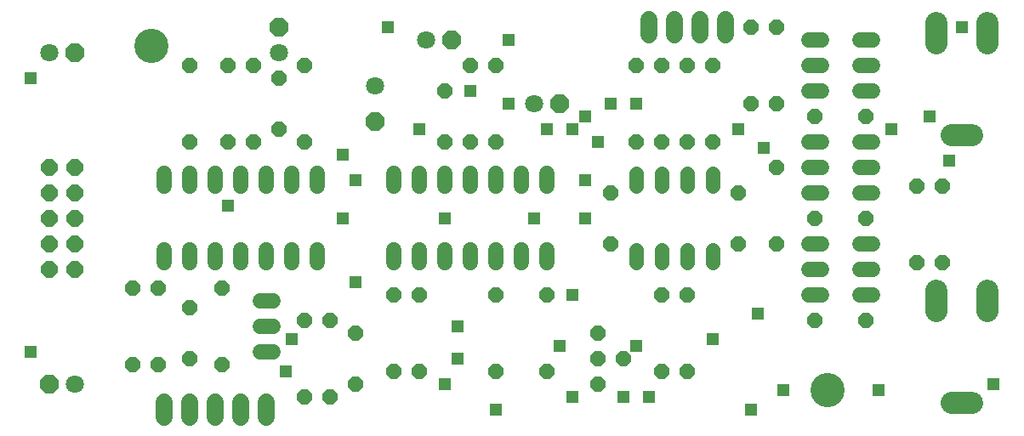
<source format=gbr>
G04 EAGLE Gerber RS-274X export*
G75*
%MOMM*%
%FSLAX34Y34*%
%LPD*%
%INSoldermask Bottom*%
%IPPOS*%
%AMOC8*
5,1,8,0,0,1.08239X$1,22.5*%
G01*
%ADD10C,3.403600*%
%ADD11C,1.524000*%
%ADD12P,1.649562X8X22.500000*%
%ADD13P,1.951982X8X22.500000*%
%ADD14C,1.803400*%
%ADD15P,1.649562X8X112.500000*%
%ADD16P,1.649562X8X292.500000*%
%ADD17P,1.951982X8X292.500000*%
%ADD18C,1.411200*%
%ADD19P,1.951982X8X112.500000*%
%ADD20P,1.951982X8X202.500000*%
%ADD21P,1.759533X8X112.500000*%
%ADD22C,1.727200*%
%ADD23C,2.184400*%
%ADD24R,1.209600X1.209600*%


D10*
X139700Y381000D03*
X812800Y38100D03*
D11*
X533400Y241046D02*
X533400Y254254D01*
X508000Y254254D02*
X508000Y241046D01*
X482600Y241046D02*
X482600Y254254D01*
X457200Y254254D02*
X457200Y241046D01*
X431800Y241046D02*
X431800Y254254D01*
X406400Y254254D02*
X406400Y241046D01*
X381000Y241046D02*
X381000Y254254D01*
X381000Y178054D02*
X381000Y164846D01*
X406400Y164846D02*
X406400Y178054D01*
X431800Y178054D02*
X431800Y164846D01*
X457200Y164846D02*
X457200Y178054D01*
X482600Y178054D02*
X482600Y164846D01*
X508000Y164846D02*
X508000Y178054D01*
X533400Y178054D02*
X533400Y164846D01*
X793496Y336550D02*
X806704Y336550D01*
X806704Y387350D02*
X793496Y387350D01*
X793496Y361950D02*
X806704Y361950D01*
X806704Y234950D02*
X793496Y234950D01*
X793496Y285750D02*
X806704Y285750D01*
X806704Y260350D02*
X793496Y260350D01*
X844296Y387350D02*
X857504Y387350D01*
X857504Y336550D02*
X844296Y336550D01*
X844296Y361950D02*
X857504Y361950D01*
X857504Y285750D02*
X844296Y285750D01*
X844296Y234950D02*
X857504Y234950D01*
X857504Y260350D02*
X844296Y260350D01*
X806704Y133350D02*
X793496Y133350D01*
X793496Y184150D02*
X806704Y184150D01*
X806704Y158750D02*
X793496Y158750D01*
X844296Y184150D02*
X857504Y184150D01*
X857504Y133350D02*
X844296Y133350D01*
X844296Y158750D02*
X857504Y158750D01*
D12*
X800100Y107950D03*
X850900Y107950D03*
X800100Y209550D03*
X850900Y209550D03*
X800100Y311150D03*
X850900Y311150D03*
D13*
X546100Y323850D03*
D14*
X520700Y323850D03*
D15*
X406400Y57150D03*
X406400Y133350D03*
D16*
X736600Y400050D03*
X736600Y323850D03*
D15*
X762000Y323850D03*
X762000Y400050D03*
X762000Y184150D03*
X762000Y260350D03*
D16*
X533400Y133350D03*
X533400Y57150D03*
X457200Y361950D03*
X457200Y285750D03*
D15*
X673100Y57150D03*
X673100Y133350D03*
X647700Y285750D03*
X647700Y361950D03*
X431800Y285750D03*
X431800Y336550D03*
X482600Y285750D03*
X482600Y361950D03*
D17*
X361950Y306070D03*
D14*
X361950Y341630D03*
D16*
X901700Y241300D03*
X901700Y165100D03*
D15*
X927100Y165100D03*
X927100Y241300D03*
X622300Y285750D03*
X622300Y361950D03*
X482600Y57150D03*
X482600Y133350D03*
D18*
X698500Y241610D02*
X698500Y253690D01*
X673100Y253690D02*
X673100Y241610D01*
X647700Y241610D02*
X647700Y253690D01*
X622300Y253690D02*
X622300Y241610D01*
X622300Y177490D02*
X622300Y165410D01*
X647700Y165410D02*
X647700Y177490D01*
X673100Y177490D02*
X673100Y165410D01*
X698500Y165410D02*
X698500Y177490D01*
D15*
X647700Y57150D03*
X647700Y133350D03*
X342900Y44450D03*
X342900Y95250D03*
X292100Y31750D03*
X292100Y107950D03*
D16*
X317500Y107950D03*
X317500Y31750D03*
D11*
X304800Y241046D02*
X304800Y254254D01*
X279400Y254254D02*
X279400Y241046D01*
X254000Y241046D02*
X254000Y254254D01*
X228600Y254254D02*
X228600Y241046D01*
X203200Y241046D02*
X203200Y254254D01*
X177800Y254254D02*
X177800Y241046D01*
X152400Y241046D02*
X152400Y254254D01*
X152400Y178054D02*
X152400Y164846D01*
X177800Y164846D02*
X177800Y178054D01*
X203200Y178054D02*
X203200Y164846D01*
X228600Y164846D02*
X228600Y178054D01*
X254000Y178054D02*
X254000Y164846D01*
X279400Y164846D02*
X279400Y178054D01*
X304800Y178054D02*
X304800Y164846D01*
D16*
X215900Y361950D03*
X215900Y285750D03*
X241300Y361950D03*
X241300Y285750D03*
D15*
X209550Y63500D03*
X209550Y139700D03*
D16*
X177800Y361950D03*
X177800Y285750D03*
D15*
X146050Y63500D03*
X146050Y139700D03*
D16*
X120650Y139700D03*
X120650Y63500D03*
D15*
X381000Y57150D03*
X381000Y133350D03*
X292100Y285750D03*
X292100Y361950D03*
D16*
X266700Y349250D03*
X266700Y298450D03*
D13*
X438150Y387350D03*
D14*
X412750Y387350D03*
D19*
X266700Y400050D03*
D14*
X266700Y374650D03*
D15*
X698500Y285750D03*
X698500Y361950D03*
D16*
X673100Y361950D03*
X673100Y285750D03*
D15*
X723900Y184150D03*
X723900Y234950D03*
D20*
X38100Y44450D03*
D14*
X63500Y44450D03*
D13*
X63500Y374650D03*
D14*
X38100Y374650D03*
D21*
X63500Y158750D03*
X38100Y158750D03*
X63500Y184150D03*
X38100Y184150D03*
X63500Y209550D03*
X38100Y209550D03*
X63500Y234950D03*
X38100Y234950D03*
X63500Y260350D03*
X38100Y260350D03*
D15*
X584200Y95250D03*
X584200Y44450D03*
X609600Y69850D03*
X584200Y69850D03*
D16*
X596900Y234950D03*
X596900Y184150D03*
D22*
X711200Y392430D02*
X711200Y407670D01*
X685800Y407670D02*
X685800Y392430D01*
X660400Y392430D02*
X660400Y407670D01*
X635000Y407670D02*
X635000Y392430D01*
D11*
X260604Y76200D02*
X247396Y76200D01*
X247396Y127000D02*
X260604Y127000D01*
X260604Y101600D02*
X247396Y101600D01*
D22*
X254000Y26670D02*
X254000Y11430D01*
X228600Y11430D02*
X228600Y26670D01*
X203200Y26670D02*
X203200Y11430D01*
X177800Y11430D02*
X177800Y26670D01*
X152400Y26670D02*
X152400Y11430D01*
D16*
X177800Y120650D03*
X177800Y69850D03*
D23*
X936244Y292100D02*
X956056Y292100D01*
X971550Y383794D02*
X971550Y403606D01*
X920750Y403606D02*
X920750Y383794D01*
X936244Y25400D02*
X956056Y25400D01*
X971550Y117094D02*
X971550Y136906D01*
X920750Y136906D02*
X920750Y117094D01*
D24*
X406400Y298450D03*
X622300Y323850D03*
X584200Y285750D03*
X342900Y146050D03*
X342900Y247650D03*
X431800Y209550D03*
X330200Y273050D03*
X330200Y209550D03*
X431800Y44450D03*
X933450Y266700D03*
X571500Y311150D03*
X723900Y298450D03*
X533400Y298450D03*
X571500Y247650D03*
X571500Y209550D03*
X863600Y38100D03*
X914400Y311150D03*
X520700Y209550D03*
X558800Y298450D03*
X374650Y400050D03*
X609600Y31750D03*
X444500Y69850D03*
X279400Y88900D03*
X19050Y349250D03*
X19050Y76200D03*
X495300Y387350D03*
X977900Y44450D03*
X742950Y114300D03*
X749300Y279400D03*
X946150Y400050D03*
X698500Y88900D03*
X768350Y38100D03*
X495300Y323850D03*
X596900Y323850D03*
X876300Y298450D03*
X635000Y31750D03*
X546100Y82550D03*
X622300Y82550D03*
X457200Y336550D03*
X444500Y101600D03*
X215900Y222250D03*
X482600Y19050D03*
X736600Y19050D03*
X558800Y133350D03*
X558800Y31750D03*
X273050Y57150D03*
M02*

</source>
